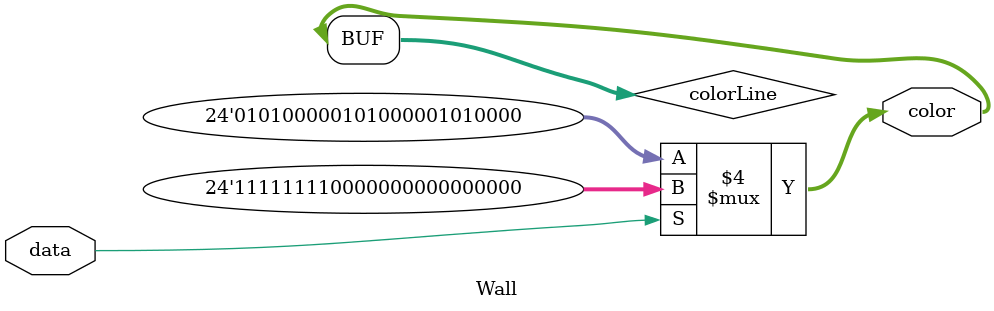
<source format=v>
module Wall(color, data);
	output [23:0]color;
	input data;

	reg [23:0]colorLine;

	assign color = colorLine;
	
	always @(*)
	begin
		if (data == 0)
		begin
			colorLine = (80 << 16) | (80 << 8) | 80;
		end
		else
		begin
			colorLine = (255 << 16) | (0 << 8) | 0;
		end
	end
	
endmodule
</source>
